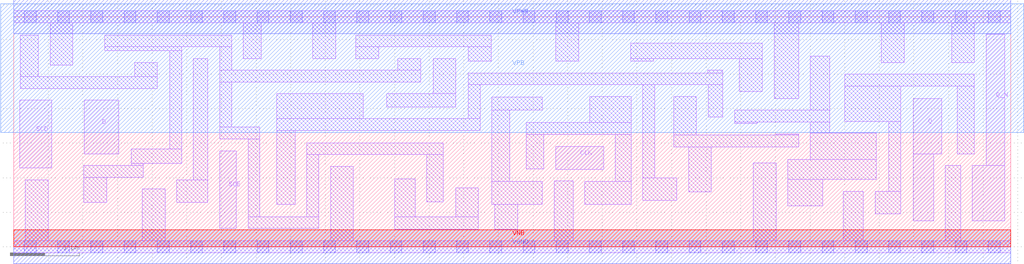
<source format=lef>
# Copyright 2020 The SkyWater PDK Authors
#
# Licensed under the Apache License, Version 2.0 (the "License");
# you may not use this file except in compliance with the License.
# You may obtain a copy of the License at
#
#     https://www.apache.org/licenses/LICENSE-2.0
#
# Unless required by applicable law or agreed to in writing, software
# distributed under the License is distributed on an "AS IS" BASIS,
# WITHOUT WARRANTIES OR CONDITIONS OF ANY KIND, either express or implied.
# See the License for the specific language governing permissions and
# limitations under the License.
#
# SPDX-License-Identifier: Apache-2.0

VERSION 5.7 ;
  NOWIREEXTENSIONATPIN ON ;
  DIVIDERCHAR "/" ;
  BUSBITCHARS "[]" ;
MACRO sky130_fd_sc_lp__sdfxbp_1
  CLASS CORE ;
  FOREIGN sky130_fd_sc_lp__sdfxbp_1 ;
  ORIGIN  0.000000  0.000000 ;
  SIZE  14.40000 BY  3.330000 ;
  SYMMETRY X Y R90 ;
  SITE unit ;
  PIN D
    ANTENNAGATEAREA  0.159000 ;
    DIRECTION INPUT ;
    USE SIGNAL ;
    PORT
      LAYER li1 ;
        RECT 1.020000 1.345000 1.520000 2.120000 ;
    END
  END D
  PIN Q
    ANTENNADIFFAREA  0.556500 ;
    DIRECTION OUTPUT ;
    USE SIGNAL ;
    PORT
      LAYER li1 ;
        RECT 12.990000 0.375000 13.285000 1.345000 ;
        RECT 12.990000 1.345000 13.405000 2.145000 ;
    END
  END Q
  PIN Q_N
    ANTENNADIFFAREA  0.615300 ;
    DIRECTION OUTPUT ;
    USE SIGNAL ;
    PORT
      LAYER li1 ;
        RECT 13.845000 0.375000 14.315000 1.175000 ;
        RECT 14.045000 1.175000 14.315000 3.075000 ;
    END
  END Q_N
  PIN SCD
    ANTENNAGATEAREA  0.159000 ;
    DIRECTION INPUT ;
    USE SIGNAL ;
    PORT
      LAYER li1 ;
        RECT 0.085000 1.140000 0.550000 2.120000 ;
    END
  END SCD
  PIN SCE
    ANTENNAGATEAREA  0.318000 ;
    DIRECTION INPUT ;
    USE SIGNAL ;
    PORT
      LAYER li1 ;
        RECT 2.975000 0.265000 3.215000 1.390000 ;
    END
  END SCE
  PIN CLK
    ANTENNAGATEAREA  0.159000 ;
    DIRECTION INPUT ;
    USE CLOCK ;
    PORT
      LAYER li1 ;
        RECT 7.825000 1.120000 8.520000 1.455000 ;
    END
  END CLK
  PIN VGND
    DIRECTION INOUT ;
    USE GROUND ;
    PORT
      LAYER met1 ;
        RECT 0.000000 -0.245000 14.400000 0.245000 ;
    END
  END VGND
  PIN VNB
    DIRECTION INOUT ;
    USE GROUND ;
    PORT
      LAYER pwell ;
        RECT 0.000000 0.000000 14.400000 0.245000 ;
    END
  END VNB
  PIN VPB
    DIRECTION INOUT ;
    USE POWER ;
    PORT
      LAYER nwell ;
        RECT -0.190000 1.655000 14.590000 3.520000 ;
    END
  END VPB
  PIN VPWR
    DIRECTION INOUT ;
    USE POWER ;
    PORT
      LAYER met1 ;
        RECT 0.000000 3.085000 14.400000 3.575000 ;
    END
  END VPWR
  OBS
    LAYER li1 ;
      RECT  0.000000 -0.085000 14.400000 0.085000 ;
      RECT  0.000000  3.245000 14.400000 3.415000 ;
      RECT  0.095000  2.290000  2.075000 2.460000 ;
      RECT  0.095000  2.460000  0.355000 3.065000 ;
      RECT  0.165000  0.085000  0.495000 0.970000 ;
      RECT  0.525000  2.630000  0.855000 3.245000 ;
      RECT  1.010000  0.640000  1.340000 1.005000 ;
      RECT  1.010000  1.005000  1.870000 1.175000 ;
      RECT  1.315000  2.835000  2.425000 2.895000 ;
      RECT  1.315000  2.895000  3.145000 3.065000 ;
      RECT  1.700000  1.175000  1.870000 1.205000 ;
      RECT  1.700000  1.205000  2.425000 1.415000 ;
      RECT  1.745000  2.460000  2.075000 2.665000 ;
      RECT  1.855000  0.085000  2.185000 0.835000 ;
      RECT  2.255000  1.415000  2.425000 2.835000 ;
      RECT  2.355000  0.640000  2.805000 0.970000 ;
      RECT  2.595000  0.970000  2.805000 2.725000 ;
      RECT  2.975000  1.560000  3.555000 1.730000 ;
      RECT  2.975000  1.730000  3.145000 2.385000 ;
      RECT  2.975000  2.385000  5.875000 2.555000 ;
      RECT  2.975000  2.555000  3.145000 2.895000 ;
      RECT  3.315000  2.725000  3.575000 3.245000 ;
      RECT  3.385000  0.265000  4.405000 0.435000 ;
      RECT  3.385000  0.435000  3.555000 1.560000 ;
      RECT  3.795000  0.615000  4.065000 1.685000 ;
      RECT  3.795000  1.685000  6.735000 1.855000 ;
      RECT  3.795000  1.855000  5.050000 2.215000 ;
      RECT  4.235000  0.435000  4.405000 1.335000 ;
      RECT  4.235000  1.335000  6.200000 1.505000 ;
      RECT  4.320000  2.725000  4.650000 3.245000 ;
      RECT  4.575000  0.085000  4.905000 1.165000 ;
      RECT  4.940000  2.725000  5.270000 2.895000 ;
      RECT  4.940000  2.895000  6.895000 3.065000 ;
      RECT  5.390000  2.025000  6.385000 2.215000 ;
      RECT  5.500000  0.255000  6.710000 0.435000 ;
      RECT  5.500000  0.435000  5.795000 0.980000 ;
      RECT  5.545000  2.555000  5.875000 2.725000 ;
      RECT  5.965000  0.650000  6.200000 1.335000 ;
      RECT  6.055000  2.215000  6.385000 2.725000 ;
      RECT  6.380000  0.435000  6.710000 0.855000 ;
      RECT  6.565000  1.855000  6.735000 2.345000 ;
      RECT  6.565000  2.345000 10.240000 2.515000 ;
      RECT  6.565000  2.685000  6.895000 2.895000 ;
      RECT  6.905000  0.615000  7.635000 0.945000 ;
      RECT  6.905000  0.945000  7.165000 1.975000 ;
      RECT  6.905000  1.975000  7.635000 2.165000 ;
      RECT  6.950000  0.255000  7.280000 0.615000 ;
      RECT  7.405000  1.125000  7.655000 1.625000 ;
      RECT  7.405000  1.625000  8.915000 1.795000 ;
      RECT  7.805000  0.085000  8.080000 0.950000 ;
      RECT  7.830000  2.685000  8.160000 3.245000 ;
      RECT  8.250000  0.615000  8.915000 0.945000 ;
      RECT  8.320000  1.795000  8.915000 2.175000 ;
      RECT  8.690000  0.945000  8.915000 1.625000 ;
      RECT  8.910000  2.685000  9.240000 2.725000 ;
      RECT  8.910000  2.725000 10.810000 2.945000 ;
      RECT  9.085000  0.670000  9.575000 1.000000 ;
      RECT  9.085000  1.000000  9.255000 2.345000 ;
      RECT  9.530000  1.445000 11.335000 1.615000 ;
      RECT  9.530000  1.615000  9.860000 2.175000 ;
      RECT  9.745000  0.795000 10.075000 1.445000 ;
      RECT 10.020000  2.515000 10.240000 2.555000 ;
      RECT 10.030000  1.875000 10.240000 2.345000 ;
      RECT 10.410000  1.785000 10.740000 1.805000 ;
      RECT 10.410000  1.805000 11.785000 1.975000 ;
      RECT 10.480000  2.245000 10.810000 2.725000 ;
      RECT 10.680000  0.085000 11.010000 1.215000 ;
      RECT 10.980000  2.145000 11.335000 3.245000 ;
      RECT 11.005000  1.615000 11.335000 1.635000 ;
      RECT 11.180000  0.595000 11.685000 0.975000 ;
      RECT 11.180000  0.975000 12.460000 1.265000 ;
      RECT 11.505000  1.265000 12.460000 1.645000 ;
      RECT 11.505000  1.645000 11.785000 1.805000 ;
      RECT 11.505000  1.975000 11.785000 2.755000 ;
      RECT 11.980000  0.085000 12.270000 0.805000 ;
      RECT 12.005000  1.815000 12.810000 2.325000 ;
      RECT 12.005000  2.325000 13.875000 2.495000 ;
      RECT 12.440000  0.475000 12.810000 0.805000 ;
      RECT 12.530000  2.665000 12.860000 3.245000 ;
      RECT 12.640000  0.805000 12.810000 1.815000 ;
      RECT 13.455000  0.085000 13.675000 1.175000 ;
      RECT 13.545000  2.665000 13.875000 3.245000 ;
      RECT 13.625000  1.345000 13.875000 2.325000 ;
    LAYER mcon ;
      RECT  0.155000 -0.085000  0.325000 0.085000 ;
      RECT  0.155000  3.245000  0.325000 3.415000 ;
      RECT  0.635000 -0.085000  0.805000 0.085000 ;
      RECT  0.635000  3.245000  0.805000 3.415000 ;
      RECT  1.115000 -0.085000  1.285000 0.085000 ;
      RECT  1.115000  3.245000  1.285000 3.415000 ;
      RECT  1.595000 -0.085000  1.765000 0.085000 ;
      RECT  1.595000  3.245000  1.765000 3.415000 ;
      RECT  2.075000 -0.085000  2.245000 0.085000 ;
      RECT  2.075000  3.245000  2.245000 3.415000 ;
      RECT  2.555000 -0.085000  2.725000 0.085000 ;
      RECT  2.555000  3.245000  2.725000 3.415000 ;
      RECT  3.035000 -0.085000  3.205000 0.085000 ;
      RECT  3.035000  3.245000  3.205000 3.415000 ;
      RECT  3.515000 -0.085000  3.685000 0.085000 ;
      RECT  3.515000  3.245000  3.685000 3.415000 ;
      RECT  3.995000 -0.085000  4.165000 0.085000 ;
      RECT  3.995000  3.245000  4.165000 3.415000 ;
      RECT  4.475000 -0.085000  4.645000 0.085000 ;
      RECT  4.475000  3.245000  4.645000 3.415000 ;
      RECT  4.955000 -0.085000  5.125000 0.085000 ;
      RECT  4.955000  3.245000  5.125000 3.415000 ;
      RECT  5.435000 -0.085000  5.605000 0.085000 ;
      RECT  5.435000  3.245000  5.605000 3.415000 ;
      RECT  5.915000 -0.085000  6.085000 0.085000 ;
      RECT  5.915000  3.245000  6.085000 3.415000 ;
      RECT  6.395000 -0.085000  6.565000 0.085000 ;
      RECT  6.395000  3.245000  6.565000 3.415000 ;
      RECT  6.875000 -0.085000  7.045000 0.085000 ;
      RECT  6.875000  3.245000  7.045000 3.415000 ;
      RECT  7.355000 -0.085000  7.525000 0.085000 ;
      RECT  7.355000  3.245000  7.525000 3.415000 ;
      RECT  7.835000 -0.085000  8.005000 0.085000 ;
      RECT  7.835000  3.245000  8.005000 3.415000 ;
      RECT  8.315000 -0.085000  8.485000 0.085000 ;
      RECT  8.315000  3.245000  8.485000 3.415000 ;
      RECT  8.795000 -0.085000  8.965000 0.085000 ;
      RECT  8.795000  3.245000  8.965000 3.415000 ;
      RECT  9.275000 -0.085000  9.445000 0.085000 ;
      RECT  9.275000  3.245000  9.445000 3.415000 ;
      RECT  9.755000 -0.085000  9.925000 0.085000 ;
      RECT  9.755000  3.245000  9.925000 3.415000 ;
      RECT 10.235000 -0.085000 10.405000 0.085000 ;
      RECT 10.235000  3.245000 10.405000 3.415000 ;
      RECT 10.715000 -0.085000 10.885000 0.085000 ;
      RECT 10.715000  3.245000 10.885000 3.415000 ;
      RECT 11.195000 -0.085000 11.365000 0.085000 ;
      RECT 11.195000  3.245000 11.365000 3.415000 ;
      RECT 11.675000 -0.085000 11.845000 0.085000 ;
      RECT 11.675000  3.245000 11.845000 3.415000 ;
      RECT 12.155000 -0.085000 12.325000 0.085000 ;
      RECT 12.155000  3.245000 12.325000 3.415000 ;
      RECT 12.635000 -0.085000 12.805000 0.085000 ;
      RECT 12.635000  3.245000 12.805000 3.415000 ;
      RECT 13.115000 -0.085000 13.285000 0.085000 ;
      RECT 13.115000  3.245000 13.285000 3.415000 ;
      RECT 13.595000 -0.085000 13.765000 0.085000 ;
      RECT 13.595000  3.245000 13.765000 3.415000 ;
      RECT 14.075000 -0.085000 14.245000 0.085000 ;
      RECT 14.075000  3.245000 14.245000 3.415000 ;
  END
END sky130_fd_sc_lp__sdfxbp_1
END LIBRARY

</source>
